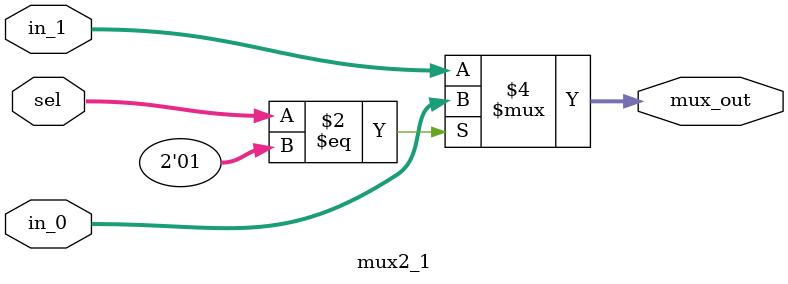
<source format=v>
`timescale 1ns / 1ps
module  mux2_1(
in_0      , // Mux first input
in_1      , // Mux Second input
sel        , // Select input
mux_out      // Mux output
);
//-----------Input Ports---------------
input  [1:0] sel ;
input [13:0] in_0;
input [13:0] in_1;
//-----------Output Ports---------------
output [13:0] mux_out;
//------------Internal Variables--------
reg [13:0]   mux_out;
//-------------Code Starts Here---------
always @ (sel or in_0 or in_1)
begin : MUX
  if (sel == 1) begin
      mux_out = in_0;
  end else begin
      mux_out = in_1 ;
  end
end

endmodule 

</source>
